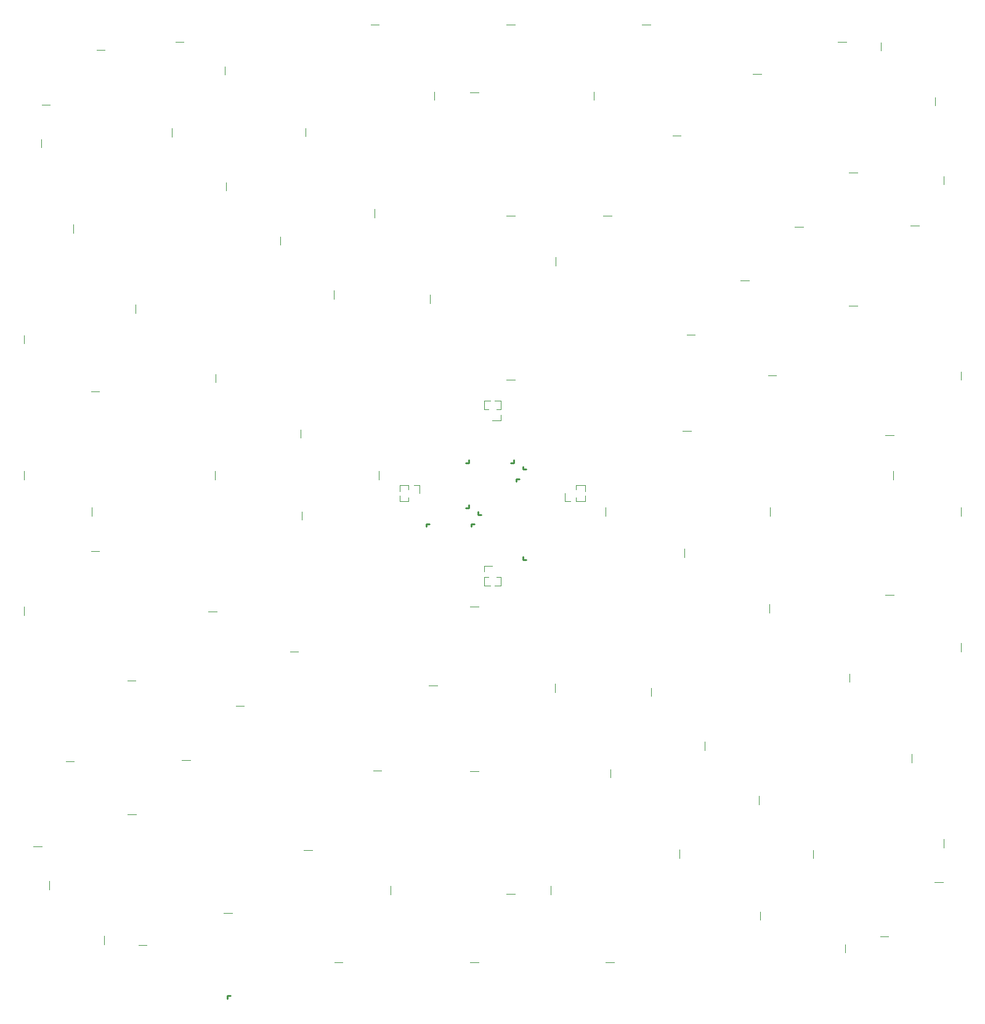
<source format=gbr>
%TF.GenerationSoftware,KiCad,Pcbnew,(6.0.8)*%
%TF.CreationDate,2022-11-08T14:11:50+01:00*%
%TF.ProjectId,BoardGame,426f6172-6447-4616-9d65-2e6b69636164,rev?*%
%TF.SameCoordinates,Original*%
%TF.FileFunction,Legend,Top*%
%TF.FilePolarity,Positive*%
%FSLAX46Y46*%
G04 Gerber Fmt 4.6, Leading zero omitted, Abs format (unit mm)*
G04 Created by KiCad (PCBNEW (6.0.8)) date 2022-11-08 14:11:50*
%MOMM*%
%LPD*%
G01*
G04 APERTURE LIST*
%ADD10C,0.120000*%
%ADD11C,0.250000*%
%ADD12R,0.900000X1.500000*%
%ADD13R,1.500000X0.900000*%
%ADD14R,1.500000X1.100000*%
%ADD15C,3.200000*%
%ADD16C,1.000000*%
%ADD17O,1.000000X1.000000*%
%ADD18C,1.700000*%
%ADD19R,1.000000X1.000000*%
%ADD20R,1.100000X1.500000*%
%ADD21C,0.650000*%
%ADD22O,1.000000X1.600000*%
%ADD23O,1.000000X2.100000*%
%ADD24C,1.524000*%
G04 APERTURE END LIST*
D10*
%TO.C,D1002*%
X117630000Y-79395000D02*
X117630000Y-78245000D01*
%TO.C,D1045*%
X96505000Y-149000000D02*
X95355000Y-149000000D01*
%TO.C,D1086*%
X79600000Y-85075000D02*
X79600000Y-83925000D01*
%TO.C,D1056*%
X89985000Y-94970000D02*
X88835000Y-94970000D01*
%TO.C,D1016*%
X159235000Y-48910000D02*
X160385000Y-48910000D01*
%TO.C,D1028*%
X170370000Y-94605000D02*
X170370000Y-95755000D01*
%TO.C,D1021*%
X204880000Y-32585000D02*
X204880000Y-33735000D01*
D11*
%TO.C,D1102*%
X141100000Y-91590000D02*
X141100000Y-91190000D01*
X141100000Y-91190000D02*
X141500000Y-91190000D01*
D10*
%TO.C,D1051*%
X104965000Y-103210000D02*
X106115000Y-103210000D01*
%TO.C,D1089*%
X145925000Y-22600000D02*
X147075000Y-22600000D01*
%TO.C,D1057*%
X145925000Y-48880000D02*
X147075000Y-48880000D01*
D11*
%TO.C,D1106*%
X107557500Y-156000000D02*
X107957500Y-156000000D01*
X107557500Y-156400000D02*
X107557500Y-156000000D01*
D10*
%TO.C,D1020*%
X197400000Y-25065000D02*
X197400000Y-26215000D01*
%TO.C,D1038*%
X160210000Y-126035000D02*
X160210000Y-124885000D01*
%TO.C,D1080*%
X188060000Y-135985000D02*
X188060000Y-137135000D01*
D11*
%TO.C,D1100*%
X147290000Y-85000000D02*
X147690000Y-85000000D01*
X147290000Y-85400000D02*
X147290000Y-85000000D01*
D10*
%TO.C,D1081*%
X117305000Y-108770000D02*
X116155000Y-108770000D01*
%TO.C,D1066*%
X130000000Y-140925000D02*
X130000000Y-142075000D01*
%TO.C,D1040*%
X142075000Y-102580000D02*
X140925000Y-102580000D01*
%TO.C,D1085*%
X79600000Y-103725000D02*
X79600000Y-102575000D01*
%TO.C,D1043*%
X119245000Y-136000000D02*
X118095000Y-136000000D01*
%TO.C,D1037*%
X169730000Y-137075000D02*
X169730000Y-135925000D01*
%TO.C,D1017*%
X168755000Y-37910000D02*
X169905000Y-37910000D01*
%TO.C,D1067*%
X145925000Y-142000000D02*
X147075000Y-142000000D01*
%TO.C,D1072*%
X99940000Y-38015000D02*
X99940000Y-36865000D01*
%TO.C,D1041*%
X136395000Y-113370000D02*
X135245000Y-113370000D01*
%TO.C,D1074*%
X178125000Y-57800000D02*
X179275000Y-57800000D01*
%TO.C,D1009*%
X100425000Y-25000000D02*
X101575000Y-25000000D01*
%TO.C,D1033*%
X205935000Y-140400000D02*
X204785000Y-140400000D01*
%TO.C,D1046*%
X90600000Y-148935000D02*
X90600000Y-147785000D01*
%TO.C,D1052*%
X117790000Y-90655000D02*
X117790000Y-89505000D01*
%TO.C,D1061*%
X182120000Y-88925000D02*
X182120000Y-90075000D01*
%TO.C,D1062*%
X198015000Y-100970000D02*
X199165000Y-100970000D01*
%TO.C,D1070*%
X114800000Y-52875000D02*
X114800000Y-51725000D01*
%TO.C,J406*%
X155510000Y-85890000D02*
X156715000Y-85890000D01*
X156715000Y-86692470D02*
X156715000Y-85890000D01*
X156715000Y-88110000D02*
X156715000Y-87307530D01*
X153990000Y-88110000D02*
X153990000Y-87000000D01*
X155510000Y-88110000D02*
X155510000Y-87563471D01*
X155510000Y-86436529D02*
X155510000Y-85890000D01*
X155510000Y-88110000D02*
X156715000Y-88110000D01*
X154750000Y-88110000D02*
X153990000Y-88110000D01*
%TO.C,D1073*%
X170695000Y-65230000D02*
X171845000Y-65230000D01*
%TO.C,D1068*%
X151970000Y-140925000D02*
X151970000Y-142075000D01*
%TO.C,D1048*%
X80925000Y-135490000D02*
X82075000Y-135490000D01*
%TO.C,D1022*%
X205990000Y-43435000D02*
X205990000Y-44585000D01*
%TO.C,D1031*%
X201620000Y-122785000D02*
X201620000Y-123935000D01*
%TO.C,D1087*%
X79600000Y-66425000D02*
X79600000Y-65275000D01*
%TO.C,D1060*%
X136030000Y-32985000D02*
X136030000Y-31835000D01*
%TO.C,D1055*%
X88910000Y-88925000D02*
X88910000Y-90075000D01*
%TO.C,D1024*%
X194165000Y-61270000D02*
X193015000Y-61270000D01*
%TO.C,D1091*%
X208400000Y-70275000D02*
X208400000Y-71425000D01*
%TO.C,D1079*%
X180630000Y-128555000D02*
X180630000Y-129705000D01*
%TO.C,D1069*%
X122230000Y-60305000D02*
X122230000Y-59155000D01*
%TO.C,D1095*%
X142075000Y-151400000D02*
X140925000Y-151400000D01*
%TO.C,D1047*%
X83120000Y-141415000D02*
X83120000Y-140265000D01*
%TO.C,D1027*%
X159580000Y-88925000D02*
X159580000Y-90075000D01*
D11*
%TO.C,D1097*%
X140710000Y-82410000D02*
X140710000Y-82810000D01*
X140710000Y-82810000D02*
X140310000Y-82810000D01*
D10*
%TO.C,D1090*%
X164575000Y-22600000D02*
X165725000Y-22600000D01*
%TO.C,D1094*%
X160725000Y-151400000D02*
X159575000Y-151400000D01*
%TO.C,D1010*%
X107230000Y-28365000D02*
X107230000Y-29515000D01*
D11*
%TO.C,D1103*%
X134910000Y-91590000D02*
X134910000Y-91190000D01*
X134910000Y-91190000D02*
X135310000Y-91190000D01*
D10*
%TO.C,D1008*%
X89585000Y-26120000D02*
X90735000Y-26120000D01*
%TO.C,D1035*%
X192490000Y-150065000D02*
X192490000Y-148915000D01*
%TO.C,D1012*%
X127790000Y-47965000D02*
X127790000Y-49115000D01*
D11*
%TO.C,D1101*%
X148190000Y-96090000D02*
X148190000Y-95690000D01*
X148590000Y-96090000D02*
X148190000Y-96090000D01*
D10*
%TO.C,D1065*%
X142075000Y-125120000D02*
X140925000Y-125120000D01*
D11*
%TO.C,D1105*%
X142400000Y-89900000D02*
X142000000Y-89900000D01*
X142000000Y-89900000D02*
X142000000Y-89500000D01*
D10*
%TO.C,D1004*%
X94910000Y-62245000D02*
X94910000Y-61095000D01*
D11*
%TO.C,D1104*%
X140710000Y-88600000D02*
X140710000Y-89000000D01*
X140710000Y-89000000D02*
X140310000Y-89000000D01*
%TO.C,D1098*%
X146900000Y-82410000D02*
X146900000Y-82810000D01*
X146900000Y-82810000D02*
X146500000Y-82810000D01*
D10*
%TO.C,D1049*%
X85365000Y-123770000D02*
X86515000Y-123770000D01*
%TO.C,D1039*%
X152580000Y-114285000D02*
X152580000Y-113135000D01*
%TO.C,D1018*%
X179785000Y-29380000D02*
X180935000Y-29380000D01*
%TO.C,D1015*%
X152680000Y-55705000D02*
X152680000Y-54555000D01*
%TO.C,D1034*%
X198415000Y-147880000D02*
X197265000Y-147880000D01*
%TO.C,D1005*%
X86380000Y-51215000D02*
X86380000Y-50065000D01*
%TO.C,D1093*%
X208400000Y-107575000D02*
X208400000Y-108725000D01*
%TO.C,D1011*%
X118270000Y-36835000D02*
X118270000Y-37985000D01*
%TO.C,D1096*%
X123425000Y-151400000D02*
X122275000Y-151400000D01*
D11*
%TO.C,D1099*%
X148590000Y-83710000D02*
X148190000Y-83710000D01*
X148190000Y-83710000D02*
X148190000Y-83310000D01*
D10*
%TO.C,D1088*%
X127275000Y-22600000D02*
X128425000Y-22600000D01*
%TO.C,D1013*%
X135420000Y-59715000D02*
X135420000Y-60865000D01*
%TO.C,D1083*%
X102445000Y-123630000D02*
X101295000Y-123630000D01*
%TO.C,D1014*%
X145925000Y-71420000D02*
X147075000Y-71420000D01*
%TO.C,D1063*%
X199090000Y-85075000D02*
X199090000Y-83925000D01*
%TO.C,D1076*%
X192985000Y-42940000D02*
X194135000Y-42940000D01*
%TO.C,D1003*%
X105910000Y-71765000D02*
X105910000Y-70615000D01*
%TO.C,J408*%
X132490000Y-87563471D02*
X132490000Y-88110000D01*
X132490000Y-85890000D02*
X132490000Y-86436529D01*
X133250000Y-85890000D02*
X134010000Y-85890000D01*
X132490000Y-88110000D02*
X131285000Y-88110000D01*
X134010000Y-85890000D02*
X134010000Y-87000000D01*
X131285000Y-87307530D02*
X131285000Y-88110000D01*
X131285000Y-85890000D02*
X131285000Y-86692470D01*
X132490000Y-85890000D02*
X131285000Y-85890000D01*
%TO.C,D1077*%
X165770000Y-113695000D02*
X165770000Y-114845000D01*
%TO.C,D1054*%
X89985000Y-73030000D02*
X88835000Y-73030000D01*
%TO.C,D1084*%
X95015000Y-131060000D02*
X93865000Y-131060000D01*
%TO.C,D1058*%
X157970000Y-32985000D02*
X157970000Y-31835000D01*
%TO.C,D1064*%
X198015000Y-79000000D02*
X199165000Y-79000000D01*
%TO.C,D1053*%
X105880000Y-85075000D02*
X105880000Y-83925000D01*
%TO.C,D1023*%
X202635000Y-50230000D02*
X201485000Y-50230000D01*
%TO.C,D1044*%
X108215000Y-144620000D02*
X107065000Y-144620000D01*
%TO.C,D1006*%
X82000000Y-39505000D02*
X82000000Y-38355000D01*
%TO.C,D1042*%
X128765000Y-125090000D02*
X127615000Y-125090000D01*
%TO.C,D1026*%
X171285000Y-78420000D02*
X170135000Y-78420000D01*
%TO.C,D1092*%
X208400000Y-88925000D02*
X208400000Y-90075000D01*
%TO.C,D1007*%
X82065000Y-33600000D02*
X83215000Y-33600000D01*
%TO.C,D1078*%
X173200000Y-121125000D02*
X173200000Y-122275000D01*
%TO.C,D1075*%
X185555000Y-50370000D02*
X186705000Y-50370000D01*
%TO.C,D1025*%
X183035000Y-70790000D02*
X181885000Y-70790000D01*
%TO.C,D1071*%
X107370000Y-45445000D02*
X107370000Y-44295000D01*
%TO.C,J405*%
X142890000Y-98510000D02*
X142890000Y-99715000D01*
X144563471Y-98510000D02*
X145110000Y-98510000D01*
X145110000Y-98510000D02*
X145110000Y-99715000D01*
X142890000Y-96990000D02*
X144000000Y-96990000D01*
X142890000Y-98510000D02*
X143436529Y-98510000D01*
X142890000Y-99715000D02*
X143692470Y-99715000D01*
X144307530Y-99715000D02*
X145110000Y-99715000D01*
X142890000Y-97750000D02*
X142890000Y-96990000D01*
%TO.C,D1050*%
X93835000Y-112730000D02*
X94985000Y-112730000D01*
%TO.C,D1082*%
X109875000Y-116200000D02*
X108725000Y-116200000D01*
%TO.C,D1019*%
X191495000Y-25000000D02*
X192645000Y-25000000D01*
%TO.C,D1059*%
X142075000Y-31910000D02*
X140925000Y-31910000D01*
%TO.C,D1030*%
X193090000Y-111755000D02*
X193090000Y-112905000D01*
%TO.C,D1036*%
X180770000Y-145575000D02*
X180770000Y-144425000D01*
%TO.C,D1032*%
X206000000Y-134495000D02*
X206000000Y-135645000D01*
%TO.C,D1029*%
X182090000Y-102235000D02*
X182090000Y-103385000D01*
%TO.C,D1001*%
X128420000Y-85075000D02*
X128420000Y-83925000D01*
%TO.C,J407*%
X145110000Y-75490000D02*
X144563471Y-75490000D01*
X143436529Y-75490000D02*
X142890000Y-75490000D01*
X143692470Y-74285000D02*
X142890000Y-74285000D01*
X145110000Y-76250000D02*
X145110000Y-77010000D01*
X145110000Y-77010000D02*
X144000000Y-77010000D01*
X145110000Y-74285000D02*
X144307530Y-74285000D01*
X145110000Y-75490000D02*
X145110000Y-74285000D01*
X142890000Y-75490000D02*
X142890000Y-74285000D01*
%TD*%
%LPC*%
D12*
%TO.C,D1002*%
X116280000Y-78870000D03*
X112980000Y-78870000D03*
X112980000Y-83770000D03*
X116280000Y-83770000D03*
%TD*%
D13*
%TO.C,D1045*%
X95980000Y-150350000D03*
X95980000Y-153650000D03*
X100880000Y-153650000D03*
X100880000Y-150350000D03*
%TD*%
D12*
%TO.C,D1086*%
X78250000Y-84550000D03*
X74950000Y-84550000D03*
X74950000Y-89450000D03*
X78250000Y-89450000D03*
%TD*%
D13*
%TO.C,D1056*%
X89460000Y-96320000D03*
X89460000Y-99620000D03*
X94360000Y-99620000D03*
X94360000Y-96320000D03*
%TD*%
%TO.C,D1016*%
X159760000Y-47560000D03*
X159760000Y-44260000D03*
X154860000Y-44260000D03*
X154860000Y-47560000D03*
%TD*%
D12*
%TO.C,D1028*%
X171720000Y-95130000D03*
X175020000Y-95130000D03*
X175020000Y-90230000D03*
X171720000Y-90230000D03*
%TD*%
%TO.C,D1021*%
X206230000Y-33110000D03*
X209530000Y-33110000D03*
X209530000Y-28210000D03*
X206230000Y-28210000D03*
%TD*%
D14*
%TO.C,D1102*%
X142360000Y-92300000D03*
X142360000Y-94080000D03*
X145640000Y-94080000D03*
X145640000Y-92300000D03*
%TD*%
D15*
%TO.C,H1007*%
X161000000Y-70000000D03*
%TD*%
D13*
%TO.C,D1051*%
X105490000Y-101860000D03*
X105490000Y-98560000D03*
X100590000Y-98560000D03*
X100590000Y-101860000D03*
%TD*%
%TO.C,D1089*%
X146450000Y-21250000D03*
X146450000Y-17950000D03*
X141550000Y-17950000D03*
X141550000Y-21250000D03*
%TD*%
%TO.C,D1057*%
X146450000Y-47530000D03*
X146450000Y-44230000D03*
X141550000Y-44230000D03*
X141550000Y-47530000D03*
%TD*%
D14*
%TO.C,D1106*%
X108817500Y-157110000D03*
X108817500Y-158890000D03*
X112097500Y-158890000D03*
X112097500Y-157110000D03*
%TD*%
D12*
%TO.C,D1020*%
X198750000Y-25590000D03*
X202050000Y-25590000D03*
X202050000Y-20690000D03*
X198750000Y-20690000D03*
%TD*%
D16*
%TO.C,J401*%
X73220000Y-97235000D03*
D17*
X73220000Y-95965000D03*
X71950000Y-97235000D03*
X71950000Y-95965000D03*
X70680000Y-97235000D03*
X70680000Y-95965000D03*
%TD*%
D12*
%TO.C,D1038*%
X158860000Y-125510000D03*
X155560000Y-125510000D03*
X155560000Y-130410000D03*
X158860000Y-130410000D03*
%TD*%
%TO.C,D1080*%
X189410000Y-136510000D03*
X192710000Y-136510000D03*
X192710000Y-131610000D03*
X189410000Y-131610000D03*
%TD*%
D14*
%TO.C,D1100*%
X148550000Y-86110000D03*
X148550000Y-87890000D03*
X151830000Y-87890000D03*
X151830000Y-86110000D03*
%TD*%
D16*
%TO.C,J403*%
X214780000Y-76765000D03*
D17*
X214780000Y-78035000D03*
X216050000Y-76765000D03*
X216050000Y-78035000D03*
X217320000Y-76765000D03*
X217320000Y-78035000D03*
%TD*%
D15*
%TO.C,H1002*%
X89000000Y-32000000D03*
%TD*%
D13*
%TO.C,D1081*%
X116780000Y-110120000D03*
X116780000Y-113420000D03*
X121680000Y-113420000D03*
X121680000Y-110120000D03*
%TD*%
D12*
%TO.C,D1066*%
X131350000Y-141450000D03*
X134650000Y-141450000D03*
X134650000Y-136550000D03*
X131350000Y-136550000D03*
%TD*%
D13*
%TO.C,D1040*%
X141550000Y-103930000D03*
X141550000Y-107230000D03*
X146450000Y-107230000D03*
X146450000Y-103930000D03*
%TD*%
D12*
%TO.C,D1085*%
X78250000Y-103200000D03*
X74950000Y-103200000D03*
X74950000Y-108100000D03*
X78250000Y-108100000D03*
%TD*%
D13*
%TO.C,D1043*%
X118720000Y-137350000D03*
X118720000Y-140650000D03*
X123620000Y-140650000D03*
X123620000Y-137350000D03*
%TD*%
D12*
%TO.C,D1037*%
X168380000Y-136550000D03*
X165080000Y-136550000D03*
X165080000Y-141450000D03*
X168380000Y-141450000D03*
%TD*%
D13*
%TO.C,D1017*%
X169280000Y-36560000D03*
X169280000Y-33260000D03*
X164380000Y-33260000D03*
X164380000Y-36560000D03*
%TD*%
%TO.C,D1067*%
X146450000Y-140650000D03*
X146450000Y-137350000D03*
X141550000Y-137350000D03*
X141550000Y-140650000D03*
%TD*%
D15*
%TO.C,H1008*%
X127000000Y-70000000D03*
%TD*%
D12*
%TO.C,D1072*%
X98590000Y-37490000D03*
X95290000Y-37490000D03*
X95290000Y-42390000D03*
X98590000Y-42390000D03*
%TD*%
D13*
%TO.C,D1041*%
X135870000Y-114720000D03*
X135870000Y-118020000D03*
X140770000Y-118020000D03*
X140770000Y-114720000D03*
%TD*%
%TO.C,D1074*%
X178650000Y-56450000D03*
X178650000Y-53150000D03*
X173750000Y-53150000D03*
X173750000Y-56450000D03*
%TD*%
D18*
%TO.C,J302*%
X182000000Y-147500000D03*
%TD*%
D13*
%TO.C,D1009*%
X100950000Y-23650000D03*
X100950000Y-20350000D03*
X96050000Y-20350000D03*
X96050000Y-23650000D03*
%TD*%
%TO.C,D1033*%
X205410000Y-141750000D03*
X205410000Y-145050000D03*
X210310000Y-145050000D03*
X210310000Y-141750000D03*
%TD*%
D12*
%TO.C,D1046*%
X89250000Y-148410000D03*
X85950000Y-148410000D03*
X85950000Y-153310000D03*
X89250000Y-153310000D03*
%TD*%
%TO.C,D1052*%
X116440000Y-90130000D03*
X113140000Y-90130000D03*
X113140000Y-95030000D03*
X116440000Y-95030000D03*
%TD*%
%TO.C,D1061*%
X183470000Y-89450000D03*
X186770000Y-89450000D03*
X186770000Y-84550000D03*
X183470000Y-84550000D03*
%TD*%
D13*
%TO.C,D1062*%
X198540000Y-99620000D03*
X198540000Y-96320000D03*
X193640000Y-96320000D03*
X193640000Y-99620000D03*
%TD*%
D12*
%TO.C,D1070*%
X113450000Y-52350000D03*
X110150000Y-52350000D03*
X110150000Y-57250000D03*
X113450000Y-57250000D03*
%TD*%
D19*
%TO.C,J406*%
X154750000Y-87000000D03*
D17*
X156020000Y-87000000D03*
%TD*%
D13*
%TO.C,D1073*%
X171220000Y-63880000D03*
X171220000Y-60580000D03*
X166320000Y-60580000D03*
X166320000Y-63880000D03*
%TD*%
D18*
%TO.C,J301*%
X190000000Y-144250000D03*
%TD*%
D12*
%TO.C,D1068*%
X153320000Y-141450000D03*
X156620000Y-141450000D03*
X156620000Y-136550000D03*
X153320000Y-136550000D03*
%TD*%
D13*
%TO.C,D1048*%
X81450000Y-134140000D03*
X81450000Y-130840000D03*
X76550000Y-130840000D03*
X76550000Y-134140000D03*
%TD*%
D12*
%TO.C,D1022*%
X207340000Y-43960000D03*
X210640000Y-43960000D03*
X210640000Y-39060000D03*
X207340000Y-39060000D03*
%TD*%
%TO.C,D1031*%
X202970000Y-123310000D03*
X206270000Y-123310000D03*
X206270000Y-118410000D03*
X202970000Y-118410000D03*
%TD*%
%TO.C,D1087*%
X78250000Y-65900000D03*
X74950000Y-65900000D03*
X74950000Y-70800000D03*
X78250000Y-70800000D03*
%TD*%
%TO.C,D1060*%
X134680000Y-32460000D03*
X131380000Y-32460000D03*
X131380000Y-37360000D03*
X134680000Y-37360000D03*
%TD*%
%TO.C,D1055*%
X90260000Y-89450000D03*
X93560000Y-89450000D03*
X93560000Y-84550000D03*
X90260000Y-84550000D03*
%TD*%
D13*
%TO.C,D1024*%
X193640000Y-62620000D03*
X193640000Y-65920000D03*
X198540000Y-65920000D03*
X198540000Y-62620000D03*
%TD*%
D12*
%TO.C,D1091*%
X209750000Y-70800000D03*
X213050000Y-70800000D03*
X213050000Y-65900000D03*
X209750000Y-65900000D03*
%TD*%
%TO.C,D1079*%
X181980000Y-129080000D03*
X185280000Y-129080000D03*
X185280000Y-124180000D03*
X181980000Y-124180000D03*
%TD*%
%TO.C,D1069*%
X120880000Y-59780000D03*
X117580000Y-59780000D03*
X117580000Y-64680000D03*
X120880000Y-64680000D03*
%TD*%
D13*
%TO.C,D1095*%
X141550000Y-152750000D03*
X141550000Y-156050000D03*
X146450000Y-156050000D03*
X146450000Y-152750000D03*
%TD*%
D12*
%TO.C,D1047*%
X81770000Y-140890000D03*
X78470000Y-140890000D03*
X78470000Y-145790000D03*
X81770000Y-145790000D03*
%TD*%
%TO.C,D1027*%
X160930000Y-89450000D03*
X164230000Y-89450000D03*
X164230000Y-84550000D03*
X160930000Y-84550000D03*
%TD*%
D14*
%TO.C,D1097*%
X139450000Y-81700000D03*
X139450000Y-79920000D03*
X136170000Y-79920000D03*
X136170000Y-81700000D03*
%TD*%
D13*
%TO.C,D1090*%
X165100000Y-21250000D03*
X165100000Y-17950000D03*
X160200000Y-17950000D03*
X160200000Y-21250000D03*
%TD*%
%TO.C,D1094*%
X160200000Y-152750000D03*
X160200000Y-156050000D03*
X165100000Y-156050000D03*
X165100000Y-152750000D03*
%TD*%
D12*
%TO.C,D1010*%
X108580000Y-28890000D03*
X111880000Y-28890000D03*
X111880000Y-23990000D03*
X108580000Y-23990000D03*
%TD*%
D14*
%TO.C,D1103*%
X136170000Y-92300000D03*
X136170000Y-94080000D03*
X139450000Y-94080000D03*
X139450000Y-92300000D03*
%TD*%
D13*
%TO.C,D1008*%
X90110000Y-24770000D03*
X90110000Y-21470000D03*
X85210000Y-21470000D03*
X85210000Y-24770000D03*
%TD*%
D12*
%TO.C,D1035*%
X191140000Y-149540000D03*
X187840000Y-149540000D03*
X187840000Y-154440000D03*
X191140000Y-154440000D03*
%TD*%
%TO.C,D1012*%
X129140000Y-48490000D03*
X132440000Y-48490000D03*
X132440000Y-43590000D03*
X129140000Y-43590000D03*
%TD*%
D20*
%TO.C,D1101*%
X149300000Y-94830000D03*
X151080000Y-94830000D03*
X151080000Y-91550000D03*
X149300000Y-91550000D03*
%TD*%
D13*
%TO.C,D1065*%
X141550000Y-126470000D03*
X141550000Y-129770000D03*
X146450000Y-129770000D03*
X146450000Y-126470000D03*
%TD*%
D20*
%TO.C,D1105*%
X143110000Y-88640000D03*
X144890000Y-88640000D03*
X144890000Y-85360000D03*
X143110000Y-85360000D03*
%TD*%
D12*
%TO.C,D1004*%
X93560000Y-61720000D03*
X90260000Y-61720000D03*
X90260000Y-66620000D03*
X93560000Y-66620000D03*
%TD*%
D14*
%TO.C,D1104*%
X139450000Y-87890000D03*
X139450000Y-86110000D03*
X136170000Y-86110000D03*
X136170000Y-87890000D03*
%TD*%
D16*
%TO.C,J404*%
X153600000Y-157730000D03*
D17*
X152330000Y-157730000D03*
X153600000Y-159000000D03*
X152330000Y-159000000D03*
X153600000Y-160270000D03*
X152330000Y-160270000D03*
%TD*%
D14*
%TO.C,D1098*%
X145640000Y-81700000D03*
X145640000Y-79920000D03*
X142360000Y-79920000D03*
X142360000Y-81700000D03*
%TD*%
D15*
%TO.C,H1005*%
X127000000Y-104000000D03*
%TD*%
D13*
%TO.C,D1049*%
X85890000Y-122420000D03*
X85890000Y-119120000D03*
X80990000Y-119120000D03*
X80990000Y-122420000D03*
%TD*%
D12*
%TO.C,D1039*%
X151230000Y-113760000D03*
X147930000Y-113760000D03*
X147930000Y-118660000D03*
X151230000Y-118660000D03*
%TD*%
D13*
%TO.C,D1018*%
X180310000Y-28030000D03*
X180310000Y-24730000D03*
X175410000Y-24730000D03*
X175410000Y-28030000D03*
%TD*%
D12*
%TO.C,D1015*%
X151330000Y-55180000D03*
X148030000Y-55180000D03*
X148030000Y-60080000D03*
X151330000Y-60080000D03*
%TD*%
D13*
%TO.C,D1034*%
X197890000Y-149230000D03*
X197890000Y-152530000D03*
X202790000Y-152530000D03*
X202790000Y-149230000D03*
%TD*%
D15*
%TO.C,H1001*%
X199000000Y-142000000D03*
%TD*%
D12*
%TO.C,D1005*%
X85030000Y-50690000D03*
X81730000Y-50690000D03*
X81730000Y-55590000D03*
X85030000Y-55590000D03*
%TD*%
%TO.C,D1093*%
X209750000Y-108100000D03*
X213050000Y-108100000D03*
X213050000Y-103200000D03*
X209750000Y-103200000D03*
%TD*%
%TO.C,D1011*%
X119620000Y-37360000D03*
X122920000Y-37360000D03*
X122920000Y-32460000D03*
X119620000Y-32460000D03*
%TD*%
D13*
%TO.C,D1096*%
X122900000Y-152750000D03*
X122900000Y-156050000D03*
X127800000Y-156050000D03*
X127800000Y-152750000D03*
%TD*%
D20*
%TO.C,D1099*%
X149300000Y-82450000D03*
X151080000Y-82450000D03*
X151080000Y-79170000D03*
X149300000Y-79170000D03*
%TD*%
D13*
%TO.C,D1088*%
X127800000Y-21250000D03*
X127800000Y-17950000D03*
X122900000Y-17950000D03*
X122900000Y-21250000D03*
%TD*%
D12*
%TO.C,D1013*%
X136770000Y-60240000D03*
X140070000Y-60240000D03*
X140070000Y-55340000D03*
X136770000Y-55340000D03*
%TD*%
D13*
%TO.C,D1083*%
X101920000Y-124980000D03*
X101920000Y-128280000D03*
X106820000Y-128280000D03*
X106820000Y-124980000D03*
%TD*%
%TO.C,D1014*%
X146450000Y-70070000D03*
X146450000Y-66770000D03*
X141550000Y-66770000D03*
X141550000Y-70070000D03*
%TD*%
D12*
%TO.C,D1063*%
X197740000Y-84550000D03*
X194440000Y-84550000D03*
X194440000Y-89450000D03*
X197740000Y-89450000D03*
%TD*%
D13*
%TO.C,D1076*%
X193510000Y-41590000D03*
X193510000Y-38290000D03*
X188610000Y-38290000D03*
X188610000Y-41590000D03*
%TD*%
D12*
%TO.C,D1003*%
X104560000Y-71240000D03*
X101260000Y-71240000D03*
X101260000Y-76140000D03*
X104560000Y-76140000D03*
%TD*%
D19*
%TO.C,J408*%
X133250000Y-87000000D03*
D17*
X131980000Y-87000000D03*
%TD*%
D12*
%TO.C,D1077*%
X167120000Y-114220000D03*
X170420000Y-114220000D03*
X170420000Y-109320000D03*
X167120000Y-109320000D03*
%TD*%
D13*
%TO.C,D1054*%
X89460000Y-74380000D03*
X89460000Y-77680000D03*
X94360000Y-77680000D03*
X94360000Y-74380000D03*
%TD*%
%TO.C,D1084*%
X94490000Y-132410000D03*
X94490000Y-135710000D03*
X99390000Y-135710000D03*
X99390000Y-132410000D03*
%TD*%
D15*
%TO.C,H1004*%
X199000000Y-32000000D03*
%TD*%
D12*
%TO.C,D1058*%
X156620000Y-32460000D03*
X153320000Y-32460000D03*
X153320000Y-37360000D03*
X156620000Y-37360000D03*
%TD*%
D13*
%TO.C,D1064*%
X198540000Y-77650000D03*
X198540000Y-74350000D03*
X193640000Y-74350000D03*
X193640000Y-77650000D03*
%TD*%
D12*
%TO.C,D1053*%
X104530000Y-84550000D03*
X101230000Y-84550000D03*
X101230000Y-89450000D03*
X104530000Y-89450000D03*
%TD*%
D13*
%TO.C,D1023*%
X202110000Y-51580000D03*
X202110000Y-54880000D03*
X207010000Y-54880000D03*
X207010000Y-51580000D03*
%TD*%
%TO.C,D1044*%
X107690000Y-145970000D03*
X107690000Y-149270000D03*
X112590000Y-149270000D03*
X112590000Y-145970000D03*
%TD*%
D12*
%TO.C,D1006*%
X80650000Y-38980000D03*
X77350000Y-38980000D03*
X77350000Y-43880000D03*
X80650000Y-43880000D03*
%TD*%
D13*
%TO.C,D1042*%
X128240000Y-126440000D03*
X128240000Y-129740000D03*
X133140000Y-129740000D03*
X133140000Y-126440000D03*
%TD*%
%TO.C,D1026*%
X170760000Y-79770000D03*
X170760000Y-83070000D03*
X175660000Y-83070000D03*
X175660000Y-79770000D03*
%TD*%
D12*
%TO.C,D1092*%
X209750000Y-89450000D03*
X213050000Y-89450000D03*
X213050000Y-84550000D03*
X209750000Y-84550000D03*
%TD*%
D13*
%TO.C,D1007*%
X82590000Y-32250000D03*
X82590000Y-28950000D03*
X77690000Y-28950000D03*
X77690000Y-32250000D03*
%TD*%
D12*
%TO.C,D1078*%
X174550000Y-121650000D03*
X177850000Y-121650000D03*
X177850000Y-116750000D03*
X174550000Y-116750000D03*
%TD*%
D15*
%TO.C,H1006*%
X161000000Y-104000000D03*
%TD*%
D13*
%TO.C,D1075*%
X186080000Y-49020000D03*
X186080000Y-45720000D03*
X181180000Y-45720000D03*
X181180000Y-49020000D03*
%TD*%
%TO.C,D1025*%
X182510000Y-72140000D03*
X182510000Y-75440000D03*
X187410000Y-75440000D03*
X187410000Y-72140000D03*
%TD*%
D12*
%TO.C,D1071*%
X106020000Y-44920000D03*
X102720000Y-44920000D03*
X102720000Y-49820000D03*
X106020000Y-49820000D03*
%TD*%
D15*
%TO.C,H1003*%
X89000000Y-142000000D03*
%TD*%
D19*
%TO.C,J405*%
X144000000Y-97750000D03*
D17*
X144000000Y-99020000D03*
%TD*%
D13*
%TO.C,D1050*%
X94360000Y-111380000D03*
X94360000Y-108080000D03*
X89460000Y-108080000D03*
X89460000Y-111380000D03*
%TD*%
%TO.C,D1082*%
X109350000Y-117550000D03*
X109350000Y-120850000D03*
X114250000Y-120850000D03*
X114250000Y-117550000D03*
%TD*%
%TO.C,D1019*%
X192020000Y-23650000D03*
X192020000Y-20350000D03*
X187120000Y-20350000D03*
X187120000Y-23650000D03*
%TD*%
%TO.C,D1059*%
X141550000Y-33260000D03*
X141550000Y-36560000D03*
X146450000Y-36560000D03*
X146450000Y-33260000D03*
%TD*%
D16*
%TO.C,J402*%
X133715000Y-16220000D03*
D17*
X134985000Y-16220000D03*
X133715000Y-14950000D03*
X134985000Y-14950000D03*
X133715000Y-13680000D03*
X134985000Y-13680000D03*
%TD*%
D12*
%TO.C,D1030*%
X194440000Y-112280000D03*
X197740000Y-112280000D03*
X197740000Y-107380000D03*
X194440000Y-107380000D03*
%TD*%
%TO.C,D1036*%
X179420000Y-145050000D03*
X176120000Y-145050000D03*
X176120000Y-149950000D03*
X179420000Y-149950000D03*
%TD*%
%TO.C,D1032*%
X207350000Y-135020000D03*
X210650000Y-135020000D03*
X210650000Y-130120000D03*
X207350000Y-130120000D03*
%TD*%
%TO.C,D1029*%
X183440000Y-102760000D03*
X186740000Y-102760000D03*
X186740000Y-97860000D03*
X183440000Y-97860000D03*
%TD*%
%TO.C,D1001*%
X127070000Y-84550000D03*
X123770000Y-84550000D03*
X123770000Y-89450000D03*
X127070000Y-89450000D03*
%TD*%
D19*
%TO.C,J407*%
X144000000Y-76250000D03*
D17*
X144000000Y-74980000D03*
%TD*%
D21*
%TO.C,J201*%
X107535378Y-155400000D03*
X113315378Y-155400000D03*
D22*
X114745378Y-159050000D03*
D23*
X114745378Y-154870000D03*
X106105378Y-154870000D03*
D22*
X106105378Y-159050000D03*
%TD*%
D24*
%TO.C,BT301*%
X206399000Y-114000000D03*
X211399000Y-114000000D03*
%TD*%
M02*

</source>
